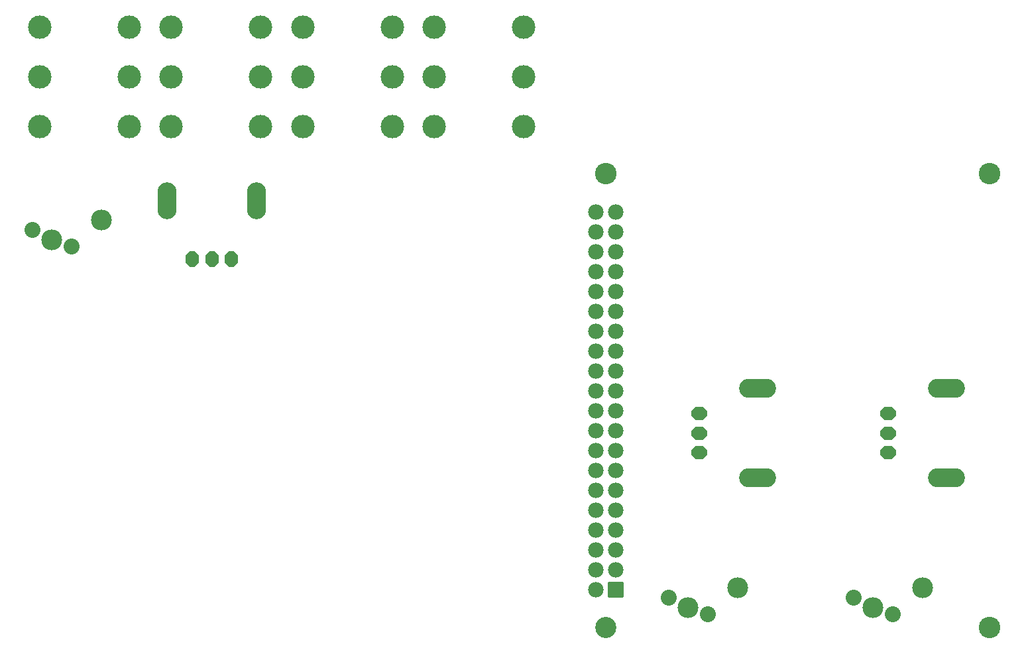
<source format=gbr>
%TF.GenerationSoftware,KiCad,Pcbnew,9.0.6*%
%TF.CreationDate,2025-11-16T15:37:37+10:00*%
%TF.ProjectId,ShieldXL-M,53686965-6c64-4584-9c2d-4d2e6b696361,rev?*%
%TF.SameCoordinates,Original*%
%TF.FileFunction,Soldermask,Top*%
%TF.FilePolarity,Negative*%
%FSLAX46Y46*%
G04 Gerber Fmt 4.6, Leading zero omitted, Abs format (unit mm)*
G04 Created by KiCad (PCBNEW 9.0.6) date 2025-11-16 15:37:37*
%MOMM*%
%LPD*%
G01*
G04 APERTURE LIST*
G04 Aperture macros list*
%AMRoundRect*
0 Rectangle with rounded corners*
0 $1 Rounding radius*
0 $2 $3 $4 $5 $6 $7 $8 $9 X,Y pos of 4 corners*
0 Add a 4 corners polygon primitive as box body*
4,1,4,$2,$3,$4,$5,$6,$7,$8,$9,$2,$3,0*
0 Add four circle primitives for the rounded corners*
1,1,$1+$1,$2,$3*
1,1,$1+$1,$4,$5*
1,1,$1+$1,$6,$7*
1,1,$1+$1,$8,$9*
0 Add four rect primitives between the rounded corners*
20,1,$1+$1,$2,$3,$4,$5,0*
20,1,$1+$1,$4,$5,$6,$7,0*
20,1,$1+$1,$6,$7,$8,$9,0*
20,1,$1+$1,$8,$9,$2,$3,0*%
%AMFreePoly0*
4,1,25,0.372036,0.971196,0.384159,0.960842,0.825842,0.519159,0.854349,0.463211,0.855600,0.447317,0.855600,-0.447317,0.836196,-0.507036,0.825842,-0.519159,0.384159,-0.960842,0.328211,-0.989349,0.312317,-0.990600,-0.312317,-0.990600,-0.372036,-0.971196,-0.384159,-0.960842,-0.825842,-0.519159,-0.854349,-0.463211,-0.855600,-0.447317,-0.855600,0.447317,-0.836196,0.507036,-0.825842,0.519159,
-0.384159,0.960842,-0.328211,0.989349,-0.312317,0.990600,0.312317,0.990600,0.372036,0.971196,0.372036,0.971196,$1*%
G04 Aperture macros list end*
%ADD10C,2.032000*%
%ADD11C,2.667000*%
%ADD12O,4.703200X2.453200*%
%ADD13FreePoly0,270.000000*%
%ADD14O,2.453200X4.703200*%
%ADD15FreePoly0,0.000000*%
%ADD16C,2.700000*%
%ADD17C,2.750000*%
%ADD18RoundRect,0.101600X0.889000X-0.889000X0.889000X0.889000X-0.889000X0.889000X-0.889000X-0.889000X0*%
%ADD19C,1.981200*%
%ADD20C,3.000000*%
G04 APERTURE END LIST*
D10*
%TO.C,SW2*%
X173018135Y-134713295D03*
D11*
X176828135Y-131353295D03*
D10*
X168018135Y-132613295D03*
D11*
X170478135Y-133893295D03*
%TD*%
D12*
%TO.C,E2*%
X203495058Y-105862585D03*
X203495058Y-117292585D03*
D13*
X195995058Y-109077585D03*
X195995058Y-114077585D03*
X195995058Y-111577585D03*
%TD*%
D10*
%TO.C,SW3*%
X196607718Y-134695933D03*
D11*
X200417718Y-131335933D03*
D10*
X191607718Y-132595933D03*
D11*
X194067718Y-133875933D03*
%TD*%
D10*
%TO.C,SW1*%
X91707658Y-87716663D03*
D11*
X95517658Y-84356663D03*
D10*
X86707658Y-85616663D03*
D11*
X89167658Y-86896663D03*
%TD*%
D14*
%TO.C,E1*%
X103916361Y-81834032D03*
X115346361Y-81834032D03*
D15*
X107131361Y-89334032D03*
X112131361Y-89334032D03*
X109631361Y-89334032D03*
%TD*%
D12*
%TO.C,E3*%
X179376520Y-105866217D03*
X179376520Y-117296217D03*
D13*
X171876520Y-109081217D03*
X171876520Y-114081217D03*
X171876520Y-111581217D03*
%TD*%
D16*
%TO.C,X1*%
X159948360Y-136416589D03*
D17*
X208948360Y-136416589D03*
X159948360Y-78416589D03*
X208948360Y-78416589D03*
D18*
X161218360Y-131546589D03*
D19*
X158678360Y-131546589D03*
X161218360Y-129006589D03*
X158678360Y-129006589D03*
X161218360Y-126466589D03*
X158678360Y-126466589D03*
X161218360Y-123926589D03*
X158678360Y-123926589D03*
X161218360Y-121386589D03*
X158678360Y-121386589D03*
X161218360Y-118846589D03*
X158678360Y-118846589D03*
X161218360Y-116306589D03*
X158678360Y-116306589D03*
X161218360Y-113766589D03*
X158678360Y-113766589D03*
X161218360Y-111226589D03*
X158678360Y-111226589D03*
X161218360Y-108686589D03*
X158678360Y-108686589D03*
X161218360Y-106146589D03*
X158678360Y-106146589D03*
X161218360Y-103606589D03*
X158678360Y-103606589D03*
X161218360Y-101066589D03*
X158678360Y-101066589D03*
X161218360Y-98526589D03*
X158678360Y-98526589D03*
X161218360Y-95986589D03*
X158678360Y-95986589D03*
X161218360Y-93446589D03*
X158678360Y-93446589D03*
X161218360Y-90906589D03*
X158678360Y-90906589D03*
X161218360Y-88366589D03*
X158678360Y-88366589D03*
X161218360Y-85826589D03*
X158678360Y-85826589D03*
X161218360Y-83286589D03*
X158678360Y-83286589D03*
%TD*%
D20*
%TO.C,J2*%
X149491373Y-66052122D03*
X138061373Y-66052122D03*
X149491373Y-59702122D03*
X138061373Y-59702122D03*
X149491373Y-72402122D03*
X138061373Y-72402122D03*
%TD*%
%TO.C,J1*%
X132712740Y-66052122D03*
X121282740Y-66052122D03*
X132712740Y-59702122D03*
X121282740Y-59702122D03*
X132712740Y-72402122D03*
X121282740Y-72402122D03*
%TD*%
%TO.C,J4*%
X99066853Y-66052122D03*
X87636853Y-66052122D03*
X99066853Y-59702122D03*
X87636853Y-59702122D03*
X99066853Y-72402122D03*
X87636853Y-72402122D03*
%TD*%
%TO.C,J5*%
X115868103Y-66052122D03*
X104438103Y-66052122D03*
X115868103Y-59702122D03*
X104438103Y-59702122D03*
X115868103Y-72402122D03*
X104438103Y-72402122D03*
%TD*%
M02*

</source>
